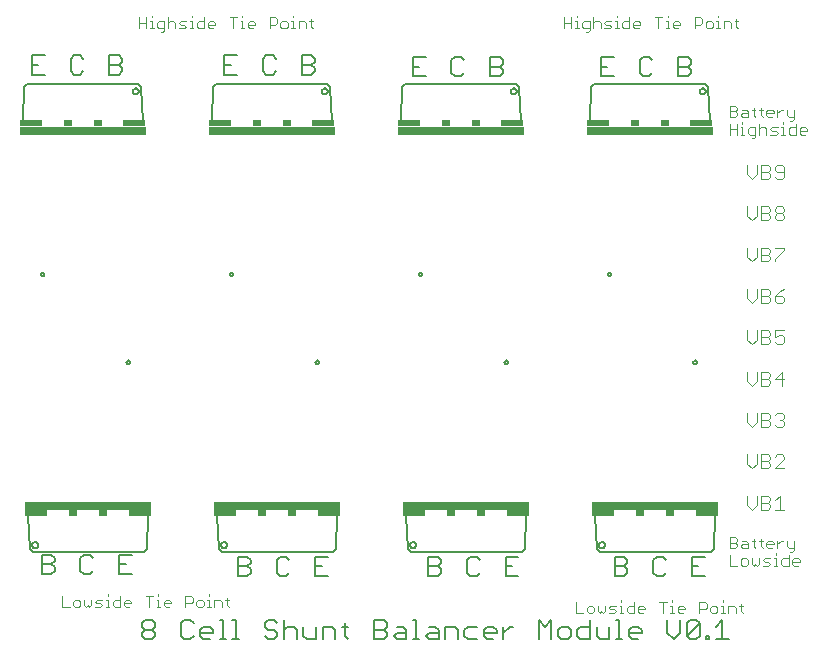
<source format=gto>
G75*
G70*
%OFA0B0*%
%FSLAX24Y24*%
%IPPOS*%
%LPD*%
%AMOC8*
5,1,8,0,0,1.08239X$1,22.5*
%
%ADD10C,0.0030*%
%ADD11C,0.0060*%
%ADD12C,0.0040*%
%ADD13C,0.0050*%
%ADD14R,0.4200X0.0300*%
%ADD15R,0.0750X0.0200*%
%ADD16R,0.0300X0.0200*%
D10*
X003462Y002084D02*
X003705Y002084D01*
X003825Y002145D02*
X003885Y002084D01*
X004007Y002084D01*
X004067Y002145D01*
X004067Y002266D01*
X004007Y002327D01*
X003885Y002327D01*
X003825Y002266D01*
X003825Y002145D01*
X004187Y002145D02*
X004187Y002327D01*
X004187Y002145D02*
X004248Y002084D01*
X004309Y002145D01*
X004369Y002084D01*
X004430Y002145D01*
X004430Y002327D01*
X004550Y002266D02*
X004610Y002327D01*
X004792Y002327D01*
X004912Y002327D02*
X004973Y002327D01*
X004973Y002084D01*
X005033Y002084D02*
X004912Y002084D01*
X004792Y002145D02*
X004732Y002206D01*
X004610Y002206D01*
X004550Y002266D01*
X004550Y002084D02*
X004732Y002084D01*
X004792Y002145D01*
X004973Y002448D02*
X004973Y002509D01*
X005214Y002327D02*
X005396Y002327D01*
X005396Y002448D02*
X005396Y002084D01*
X005214Y002084D01*
X005154Y002145D01*
X005154Y002266D01*
X005214Y002327D01*
X005516Y002266D02*
X005577Y002327D01*
X005698Y002327D01*
X005759Y002266D01*
X005759Y002206D01*
X005516Y002206D01*
X005516Y002266D02*
X005516Y002145D01*
X005577Y002084D01*
X005698Y002084D01*
X006241Y002448D02*
X006484Y002448D01*
X006363Y002448D02*
X006363Y002084D01*
X006604Y002084D02*
X006725Y002084D01*
X006664Y002084D02*
X006664Y002327D01*
X006604Y002327D01*
X006664Y002448D02*
X006664Y002509D01*
X006906Y002327D02*
X006845Y002266D01*
X006845Y002145D01*
X006906Y002084D01*
X007027Y002084D01*
X007088Y002206D02*
X006845Y002206D01*
X006906Y002327D02*
X007027Y002327D01*
X007088Y002266D01*
X007088Y002206D01*
X007570Y002206D02*
X007752Y002206D01*
X007813Y002266D01*
X007813Y002388D01*
X007752Y002448D01*
X007570Y002448D01*
X007570Y002084D01*
X007933Y002145D02*
X007993Y002084D01*
X008115Y002084D01*
X008175Y002145D01*
X008175Y002266D01*
X008115Y002327D01*
X007993Y002327D01*
X007933Y002266D01*
X007933Y002145D01*
X008295Y002084D02*
X008417Y002084D01*
X008356Y002084D02*
X008356Y002327D01*
X008295Y002327D01*
X008356Y002448D02*
X008356Y002509D01*
X008537Y002327D02*
X008537Y002084D01*
X008780Y002084D02*
X008780Y002266D01*
X008719Y002327D01*
X008537Y002327D01*
X008899Y002327D02*
X009021Y002327D01*
X008960Y002388D02*
X008960Y002145D01*
X009021Y002084D01*
X003462Y002084D02*
X003462Y002448D01*
X020588Y002251D02*
X020588Y001887D01*
X020831Y001887D01*
X020951Y001948D02*
X021011Y001887D01*
X021133Y001887D01*
X021193Y001948D01*
X021193Y002069D01*
X021133Y002130D01*
X021011Y002130D01*
X020951Y002069D01*
X020951Y001948D01*
X021313Y001948D02*
X021313Y002130D01*
X021313Y001948D02*
X021374Y001887D01*
X021434Y001948D01*
X021495Y001887D01*
X021556Y001948D01*
X021556Y002130D01*
X021676Y002069D02*
X021736Y002130D01*
X021918Y002130D01*
X022038Y002130D02*
X022099Y002130D01*
X022099Y001887D01*
X022159Y001887D02*
X022038Y001887D01*
X021918Y001948D02*
X021858Y002009D01*
X021736Y002009D01*
X021676Y002069D01*
X021676Y001887D02*
X021858Y001887D01*
X021918Y001948D01*
X022099Y002251D02*
X022099Y002312D01*
X022340Y002130D02*
X022522Y002130D01*
X022522Y002251D02*
X022522Y001887D01*
X022340Y001887D01*
X022280Y001948D01*
X022280Y002069D01*
X022340Y002130D01*
X022642Y002069D02*
X022642Y001948D01*
X022703Y001887D01*
X022824Y001887D01*
X022885Y002009D02*
X022642Y002009D01*
X022642Y002069D02*
X022703Y002130D01*
X022824Y002130D01*
X022885Y002069D01*
X022885Y002009D01*
X023367Y002251D02*
X023610Y002251D01*
X023489Y002251D02*
X023489Y001887D01*
X023730Y001887D02*
X023851Y001887D01*
X023790Y001887D02*
X023790Y002130D01*
X023730Y002130D01*
X023790Y002251D02*
X023790Y002312D01*
X024032Y002130D02*
X024153Y002130D01*
X024214Y002069D01*
X024214Y002009D01*
X023971Y002009D01*
X023971Y002069D02*
X023971Y001948D01*
X024032Y001887D01*
X024153Y001887D01*
X023971Y002069D02*
X024032Y002130D01*
X024696Y002009D02*
X024878Y002009D01*
X024939Y002069D01*
X024939Y002191D01*
X024878Y002251D01*
X024696Y002251D01*
X024696Y001887D01*
X025059Y001948D02*
X025059Y002069D01*
X025119Y002130D01*
X025241Y002130D01*
X025301Y002069D01*
X025301Y001948D01*
X025241Y001887D01*
X025119Y001887D01*
X025059Y001948D01*
X025421Y001887D02*
X025543Y001887D01*
X025482Y001887D02*
X025482Y002130D01*
X025421Y002130D01*
X025482Y002251D02*
X025482Y002312D01*
X025663Y002130D02*
X025845Y002130D01*
X025906Y002069D01*
X025906Y001887D01*
X026086Y001948D02*
X026086Y002191D01*
X026025Y002130D02*
X026147Y002130D01*
X026086Y001948D02*
X026147Y001887D01*
X025663Y001887D02*
X025663Y002130D01*
X025706Y003462D02*
X025953Y003462D01*
X026075Y003524D02*
X026136Y003462D01*
X026260Y003462D01*
X026321Y003524D01*
X026321Y003647D01*
X026260Y003709D01*
X026136Y003709D01*
X026075Y003647D01*
X026075Y003524D01*
X026443Y003524D02*
X026505Y003462D01*
X026566Y003524D01*
X026628Y003462D01*
X026690Y003524D01*
X026690Y003709D01*
X026811Y003647D02*
X026873Y003709D01*
X027058Y003709D01*
X027180Y003709D02*
X027241Y003709D01*
X027241Y003462D01*
X027180Y003462D02*
X027303Y003462D01*
X027425Y003524D02*
X027425Y003647D01*
X027487Y003709D01*
X027672Y003709D01*
X027672Y003833D02*
X027672Y003462D01*
X027487Y003462D01*
X027425Y003524D01*
X027241Y003833D02*
X027241Y003894D01*
X027302Y004053D02*
X027302Y004300D01*
X027426Y004300D02*
X027487Y004300D01*
X027426Y004300D02*
X027302Y004176D01*
X027181Y004176D02*
X026934Y004176D01*
X026934Y004114D02*
X026934Y004238D01*
X026996Y004300D01*
X027119Y004300D01*
X027181Y004238D01*
X027181Y004176D01*
X027119Y004053D02*
X026996Y004053D01*
X026934Y004114D01*
X026812Y004053D02*
X026750Y004114D01*
X026750Y004361D01*
X026688Y004300D02*
X026812Y004300D01*
X026566Y004300D02*
X026443Y004300D01*
X026505Y004361D02*
X026505Y004114D01*
X026566Y004053D01*
X026321Y004053D02*
X026136Y004053D01*
X026075Y004114D01*
X026136Y004176D01*
X026321Y004176D01*
X026321Y004238D02*
X026321Y004053D01*
X026321Y004238D02*
X026260Y004300D01*
X026136Y004300D01*
X025953Y004300D02*
X025953Y004361D01*
X025891Y004423D01*
X025706Y004423D01*
X025706Y004053D01*
X025891Y004053D01*
X025953Y004114D01*
X025953Y004176D01*
X025891Y004238D01*
X025706Y004238D01*
X025891Y004238D02*
X025953Y004300D01*
X025706Y003833D02*
X025706Y003462D01*
X026443Y003524D02*
X026443Y003709D01*
X026811Y003647D02*
X026873Y003586D01*
X026996Y003586D01*
X027058Y003524D01*
X026996Y003462D01*
X026811Y003462D01*
X027793Y003524D02*
X027793Y003647D01*
X027855Y003709D01*
X027979Y003709D01*
X028040Y003647D01*
X028040Y003586D01*
X027793Y003586D01*
X027793Y003524D02*
X027855Y003462D01*
X027979Y003462D01*
X027794Y003929D02*
X027733Y003929D01*
X027794Y003929D02*
X027856Y003991D01*
X027856Y004300D01*
X027609Y004300D02*
X027609Y004114D01*
X027671Y004053D01*
X027856Y004053D01*
X026505Y017709D02*
X026567Y017771D01*
X026567Y018079D01*
X026382Y018079D01*
X026320Y018017D01*
X026320Y017894D01*
X026382Y017832D01*
X026567Y017832D01*
X026688Y017832D02*
X026688Y018203D01*
X026750Y018079D02*
X026874Y018079D01*
X026935Y018017D01*
X026935Y017832D01*
X027057Y017832D02*
X027242Y017832D01*
X027304Y017894D01*
X027242Y017956D01*
X027118Y017956D01*
X027057Y018017D01*
X027118Y018079D01*
X027304Y018079D01*
X027425Y018079D02*
X027487Y018079D01*
X027487Y017832D01*
X027425Y017832D02*
X027549Y017832D01*
X027671Y017894D02*
X027732Y017832D01*
X027917Y017832D01*
X027917Y018203D01*
X027917Y018079D02*
X027732Y018079D01*
X027671Y018017D01*
X027671Y017894D01*
X027487Y018203D02*
X027487Y018264D01*
X027671Y018423D02*
X027856Y018423D01*
X027856Y018361D02*
X027856Y018670D01*
X027609Y018670D02*
X027609Y018485D01*
X027671Y018423D01*
X027733Y018299D02*
X027794Y018299D01*
X027856Y018361D01*
X028101Y018079D02*
X028224Y018079D01*
X028286Y018017D01*
X028286Y017956D01*
X028039Y017956D01*
X028039Y018017D02*
X028101Y018079D01*
X028039Y018017D02*
X028039Y017894D01*
X028101Y017832D01*
X028224Y017832D01*
X027302Y018423D02*
X027302Y018670D01*
X027426Y018670D02*
X027487Y018670D01*
X027426Y018670D02*
X027302Y018546D01*
X027181Y018546D02*
X026934Y018546D01*
X026934Y018485D02*
X026934Y018608D01*
X026996Y018670D01*
X027119Y018670D01*
X027181Y018608D01*
X027181Y018546D01*
X027119Y018423D02*
X026996Y018423D01*
X026934Y018485D01*
X026812Y018423D02*
X026750Y018485D01*
X026750Y018731D01*
X026688Y018670D02*
X026812Y018670D01*
X026566Y018670D02*
X026443Y018670D01*
X026505Y018731D02*
X026505Y018485D01*
X026566Y018423D01*
X026321Y018423D02*
X026136Y018423D01*
X026075Y018485D01*
X026136Y018546D01*
X026321Y018546D01*
X026321Y018608D02*
X026321Y018423D01*
X026321Y018608D02*
X026260Y018670D01*
X026136Y018670D01*
X025953Y018670D02*
X025953Y018731D01*
X025891Y018793D01*
X025706Y018793D01*
X025706Y018423D01*
X025891Y018423D01*
X025953Y018485D01*
X025953Y018546D01*
X025891Y018608D01*
X025706Y018608D01*
X025891Y018608D02*
X025953Y018670D01*
X026136Y018264D02*
X026136Y018203D01*
X026136Y018079D02*
X026136Y017832D01*
X026075Y017832D02*
X026198Y017832D01*
X025953Y017832D02*
X025953Y018203D01*
X026075Y018079D02*
X026136Y018079D01*
X025953Y018017D02*
X025706Y018017D01*
X025706Y017832D02*
X025706Y018203D01*
X026444Y017709D02*
X026505Y017709D01*
X026688Y018017D02*
X026750Y018079D01*
X025995Y021376D02*
X025934Y021436D01*
X025934Y021679D01*
X025873Y021618D02*
X025995Y021618D01*
X025754Y021558D02*
X025754Y021376D01*
X025754Y021558D02*
X025693Y021618D01*
X025511Y021618D01*
X025511Y021376D01*
X025391Y021376D02*
X025269Y021376D01*
X025330Y021376D02*
X025330Y021618D01*
X025269Y021618D01*
X025149Y021558D02*
X025089Y021618D01*
X024967Y021618D01*
X024907Y021558D01*
X024907Y021436D01*
X024967Y021376D01*
X025089Y021376D01*
X025149Y021436D01*
X025149Y021558D01*
X025330Y021740D02*
X025330Y021800D01*
X024787Y021679D02*
X024787Y021558D01*
X024726Y021497D01*
X024544Y021497D01*
X024544Y021376D02*
X024544Y021740D01*
X024726Y021740D01*
X024787Y021679D01*
X024062Y021558D02*
X024062Y021497D01*
X023819Y021497D01*
X023819Y021558D02*
X023880Y021618D01*
X024001Y021618D01*
X024062Y021558D01*
X024001Y021376D02*
X023880Y021376D01*
X023819Y021436D01*
X023819Y021558D01*
X023638Y021618D02*
X023638Y021376D01*
X023578Y021376D02*
X023699Y021376D01*
X023638Y021618D02*
X023578Y021618D01*
X023638Y021740D02*
X023638Y021800D01*
X023458Y021740D02*
X023215Y021740D01*
X023336Y021740D02*
X023336Y021376D01*
X022733Y021497D02*
X022490Y021497D01*
X022490Y021558D02*
X022551Y021618D01*
X022672Y021618D01*
X022733Y021558D01*
X022733Y021497D01*
X022672Y021376D02*
X022551Y021376D01*
X022490Y021436D01*
X022490Y021558D01*
X022370Y021618D02*
X022188Y021618D01*
X022128Y021558D01*
X022128Y021436D01*
X022188Y021376D01*
X022370Y021376D01*
X022370Y021740D01*
X021947Y021740D02*
X021947Y021800D01*
X021947Y021618D02*
X021947Y021376D01*
X022007Y021376D02*
X021886Y021376D01*
X021766Y021436D02*
X021706Y021497D01*
X021584Y021497D01*
X021524Y021558D01*
X021584Y021618D01*
X021766Y021618D01*
X021886Y021618D02*
X021947Y021618D01*
X021766Y021436D02*
X021706Y021376D01*
X021524Y021376D01*
X021404Y021376D02*
X021404Y021558D01*
X021343Y021618D01*
X021222Y021618D01*
X021161Y021558D01*
X021041Y021618D02*
X020859Y021618D01*
X020799Y021558D01*
X020799Y021436D01*
X020859Y021376D01*
X021041Y021376D01*
X021041Y021315D02*
X021041Y021618D01*
X021161Y021740D02*
X021161Y021376D01*
X021041Y021315D02*
X020981Y021254D01*
X020920Y021254D01*
X020678Y021376D02*
X020557Y021376D01*
X020618Y021376D02*
X020618Y021618D01*
X020557Y021618D01*
X020437Y021558D02*
X020195Y021558D01*
X020195Y021376D02*
X020195Y021740D01*
X020437Y021740D02*
X020437Y021376D01*
X020618Y021740D02*
X020618Y021800D01*
X011821Y021618D02*
X011700Y021618D01*
X011761Y021679D02*
X011761Y021436D01*
X011821Y021376D01*
X011580Y021376D02*
X011580Y021558D01*
X011520Y021618D01*
X011338Y021618D01*
X011338Y021376D01*
X011217Y021376D02*
X011096Y021376D01*
X011157Y021376D02*
X011157Y021618D01*
X011096Y021618D01*
X010976Y021558D02*
X010916Y021618D01*
X010794Y021618D01*
X010734Y021558D01*
X010734Y021436D01*
X010794Y021376D01*
X010916Y021376D01*
X010976Y021436D01*
X010976Y021558D01*
X011157Y021740D02*
X011157Y021800D01*
X010614Y021679D02*
X010614Y021558D01*
X010553Y021497D01*
X010371Y021497D01*
X010371Y021376D02*
X010371Y021740D01*
X010553Y021740D01*
X010614Y021679D01*
X009889Y021558D02*
X009889Y021497D01*
X009646Y021497D01*
X009646Y021558D02*
X009707Y021618D01*
X009828Y021618D01*
X009889Y021558D01*
X009828Y021376D02*
X009707Y021376D01*
X009646Y021436D01*
X009646Y021558D01*
X009465Y021618D02*
X009465Y021376D01*
X009404Y021376D02*
X009526Y021376D01*
X009465Y021618D02*
X009404Y021618D01*
X009465Y021740D02*
X009465Y021800D01*
X009285Y021740D02*
X009042Y021740D01*
X009163Y021740D02*
X009163Y021376D01*
X008560Y021497D02*
X008317Y021497D01*
X008317Y021558D02*
X008378Y021618D01*
X008499Y021618D01*
X008560Y021558D01*
X008560Y021497D01*
X008499Y021376D02*
X008378Y021376D01*
X008317Y021436D01*
X008317Y021558D01*
X008197Y021618D02*
X008015Y021618D01*
X007955Y021558D01*
X007955Y021436D01*
X008015Y021376D01*
X008197Y021376D01*
X008197Y021740D01*
X007774Y021740D02*
X007774Y021800D01*
X007774Y021618D02*
X007774Y021376D01*
X007834Y021376D02*
X007713Y021376D01*
X007593Y021436D02*
X007532Y021497D01*
X007411Y021497D01*
X007350Y021558D01*
X007411Y021618D01*
X007593Y021618D01*
X007713Y021618D02*
X007774Y021618D01*
X007593Y021436D02*
X007532Y021376D01*
X007350Y021376D01*
X007231Y021376D02*
X007231Y021558D01*
X007170Y021618D01*
X007049Y021618D01*
X006988Y021558D01*
X006868Y021618D02*
X006868Y021315D01*
X006807Y021254D01*
X006747Y021254D01*
X006686Y021376D02*
X006868Y021376D01*
X006988Y021376D02*
X006988Y021740D01*
X006868Y021618D02*
X006686Y021618D01*
X006625Y021558D01*
X006625Y021436D01*
X006686Y021376D01*
X006505Y021376D02*
X006384Y021376D01*
X006444Y021376D02*
X006444Y021618D01*
X006384Y021618D01*
X006264Y021558D02*
X006021Y021558D01*
X006021Y021376D02*
X006021Y021740D01*
X006264Y021740D02*
X006264Y021376D01*
X006444Y021740D02*
X006444Y021800D01*
D11*
X005348Y020478D02*
X005028Y020478D01*
X005028Y019837D01*
X005348Y019837D01*
X005455Y019944D01*
X005455Y020051D01*
X005348Y020157D01*
X005028Y020157D01*
X005348Y020157D02*
X005455Y020264D01*
X005455Y020371D01*
X005348Y020478D01*
X004166Y020371D02*
X004059Y020478D01*
X003845Y020478D01*
X003739Y020371D01*
X003739Y019944D01*
X003845Y019837D01*
X004059Y019837D01*
X004166Y019944D01*
X002877Y019837D02*
X002450Y019837D01*
X002450Y020478D01*
X002877Y020478D01*
X002663Y020157D02*
X002450Y020157D01*
X008869Y020157D02*
X009082Y020157D01*
X008869Y020157D01*
X008869Y019837D02*
X008869Y020478D01*
X009296Y020478D01*
X008869Y020478D01*
X008869Y019837D01*
X009296Y019837D01*
X008869Y019837D01*
X010158Y019944D02*
X010264Y019837D01*
X010478Y019837D01*
X010585Y019944D01*
X010478Y019837D01*
X010264Y019837D01*
X010158Y019944D01*
X010158Y020371D01*
X010264Y020478D01*
X010478Y020478D01*
X010585Y020371D01*
X010478Y020478D01*
X010264Y020478D01*
X010158Y020371D01*
X010158Y019944D01*
X011447Y019837D02*
X011767Y019837D01*
X011874Y019944D01*
X011874Y020051D01*
X011767Y020157D01*
X011447Y020157D01*
X011767Y020157D01*
X011874Y020264D01*
X011874Y020371D01*
X011767Y020478D01*
X011447Y020478D01*
X011447Y019837D01*
X011767Y019837D01*
X011874Y019944D01*
X011874Y020051D01*
X011767Y020157D01*
X011874Y020264D01*
X011874Y020371D01*
X011767Y020478D01*
X011447Y020478D01*
X011447Y019837D01*
X015144Y019775D02*
X015571Y019775D01*
X015144Y019775D01*
X015144Y020415D01*
X015571Y020415D01*
X015144Y020415D01*
X015144Y019775D01*
X015144Y020095D02*
X015357Y020095D01*
X015144Y020095D01*
X016433Y020308D02*
X016433Y019881D01*
X016539Y019775D01*
X016753Y019775D01*
X016860Y019881D01*
X016753Y019775D01*
X016539Y019775D01*
X016433Y019881D01*
X016433Y020308D01*
X016539Y020415D01*
X016753Y020415D01*
X016860Y020308D01*
X016753Y020415D01*
X016539Y020415D01*
X016433Y020308D01*
X017722Y020415D02*
X017722Y019775D01*
X018042Y019775D01*
X018149Y019881D01*
X018149Y019988D01*
X018042Y020095D01*
X017722Y020095D01*
X018042Y020095D01*
X018149Y020202D01*
X018149Y020308D01*
X018042Y020415D01*
X017722Y020415D01*
X018042Y020415D01*
X018149Y020308D01*
X018149Y020202D01*
X018042Y020095D01*
X018149Y019988D01*
X018149Y019881D01*
X018042Y019775D01*
X017722Y019775D01*
X017722Y020415D01*
X021419Y020415D02*
X021419Y019775D01*
X021846Y019775D01*
X021632Y020095D02*
X021419Y020095D01*
X021419Y020415D02*
X021846Y020415D01*
X022708Y020308D02*
X022708Y019881D01*
X022815Y019775D01*
X023028Y019775D01*
X023135Y019881D01*
X023135Y020308D02*
X023028Y020415D01*
X022815Y020415D01*
X022708Y020308D01*
X023997Y020415D02*
X023997Y019775D01*
X024317Y019775D01*
X024424Y019881D01*
X024424Y019988D01*
X024317Y020095D01*
X023997Y020095D01*
X023997Y020415D02*
X024317Y020415D01*
X024424Y020308D01*
X024424Y020202D01*
X024317Y020095D01*
X024453Y003771D02*
X024453Y003131D01*
X024880Y003131D01*
X024667Y003451D02*
X024453Y003451D01*
X024453Y003771D02*
X024880Y003771D01*
X023591Y003665D02*
X023484Y003771D01*
X023271Y003771D01*
X023164Y003665D01*
X023164Y003238D01*
X023271Y003131D01*
X023484Y003131D01*
X023591Y003238D01*
X022302Y003238D02*
X022195Y003131D01*
X021875Y003131D01*
X021875Y003771D01*
X022195Y003771D01*
X022302Y003665D01*
X022302Y003558D01*
X022195Y003451D01*
X021875Y003451D01*
X022195Y003451D02*
X022302Y003344D01*
X022302Y003238D01*
X022025Y001646D02*
X022025Y001006D01*
X021919Y001006D02*
X022132Y001006D01*
X022348Y001113D02*
X022348Y001326D01*
X022455Y001433D01*
X022669Y001433D01*
X022775Y001326D01*
X022775Y001219D01*
X022348Y001219D01*
X022348Y001113D02*
X022455Y001006D01*
X022669Y001006D01*
X022025Y001646D02*
X021919Y001646D01*
X021701Y001433D02*
X021701Y001006D01*
X021381Y001006D01*
X021274Y001113D01*
X021274Y001433D01*
X021057Y001433D02*
X020736Y001433D01*
X020630Y001326D01*
X020630Y001113D01*
X020736Y001006D01*
X021057Y001006D01*
X021057Y001646D01*
X020412Y001326D02*
X020412Y001113D01*
X020305Y001006D01*
X020092Y001006D01*
X019985Y001113D01*
X019985Y001326D01*
X020092Y001433D01*
X020305Y001433D01*
X020412Y001326D01*
X019768Y001646D02*
X019768Y001006D01*
X019554Y001433D02*
X019768Y001646D01*
X019554Y001433D02*
X019341Y001646D01*
X019341Y001006D01*
X018479Y001433D02*
X018373Y001433D01*
X018159Y001219D01*
X018159Y001006D02*
X018159Y001433D01*
X017941Y001326D02*
X017941Y001219D01*
X017514Y001219D01*
X017514Y001113D02*
X017514Y001326D01*
X017621Y001433D01*
X017835Y001433D01*
X017941Y001326D01*
X017835Y001006D02*
X017621Y001006D01*
X017514Y001113D01*
X017297Y001006D02*
X016977Y001006D01*
X016870Y001113D01*
X016870Y001326D01*
X016977Y001433D01*
X017297Y001433D01*
X016652Y001326D02*
X016652Y001006D01*
X016652Y001326D02*
X016546Y001433D01*
X016225Y001433D01*
X016225Y001006D01*
X016008Y001006D02*
X016008Y001326D01*
X015901Y001433D01*
X015688Y001433D01*
X015688Y001219D02*
X016008Y001219D01*
X016008Y001006D02*
X015688Y001006D01*
X015581Y001113D01*
X015688Y001219D01*
X015365Y001006D02*
X015151Y001006D01*
X015258Y001006D02*
X015258Y001646D01*
X015151Y001646D01*
X014934Y001326D02*
X014934Y001006D01*
X014613Y001006D01*
X014507Y001113D01*
X014613Y001219D01*
X014934Y001219D01*
X014934Y001326D02*
X014827Y001433D01*
X014613Y001433D01*
X014289Y001433D02*
X014289Y001540D01*
X014182Y001646D01*
X013862Y001646D01*
X013862Y001006D01*
X014182Y001006D01*
X014289Y001113D01*
X014289Y001219D01*
X014182Y001326D01*
X013862Y001326D01*
X014182Y001326D02*
X014289Y001433D01*
X013001Y001433D02*
X012788Y001433D01*
X012895Y001540D02*
X012895Y001113D01*
X013001Y001006D01*
X012570Y001006D02*
X012570Y001326D01*
X012464Y001433D01*
X012143Y001433D01*
X012143Y001006D01*
X011926Y001006D02*
X011926Y001433D01*
X011499Y001433D02*
X011499Y001113D01*
X011606Y001006D01*
X011926Y001006D01*
X011281Y001006D02*
X011281Y001326D01*
X011175Y001433D01*
X010961Y001433D01*
X010854Y001326D01*
X010637Y001219D02*
X010637Y001113D01*
X010530Y001006D01*
X010317Y001006D01*
X010210Y001113D01*
X010317Y001326D02*
X010210Y001433D01*
X010210Y001540D01*
X010317Y001646D01*
X010530Y001646D01*
X010637Y001540D01*
X010530Y001326D02*
X010637Y001219D01*
X010530Y001326D02*
X010317Y001326D01*
X010854Y001646D02*
X010854Y001006D01*
X009349Y001006D02*
X009136Y001006D01*
X009242Y001006D02*
X009242Y001646D01*
X009136Y001646D01*
X008813Y001646D02*
X008813Y001006D01*
X008919Y001006D02*
X008706Y001006D01*
X008488Y001219D02*
X008061Y001219D01*
X008061Y001113D02*
X008061Y001326D01*
X008168Y001433D01*
X008382Y001433D01*
X008488Y001326D01*
X008488Y001219D01*
X008382Y001006D02*
X008168Y001006D01*
X008061Y001113D01*
X007844Y001113D02*
X007737Y001006D01*
X007524Y001006D01*
X007417Y001113D01*
X007417Y001540D01*
X007524Y001646D01*
X007737Y001646D01*
X007844Y001540D01*
X008706Y001646D02*
X008813Y001646D01*
X009315Y003131D02*
X009636Y003131D01*
X009742Y003238D01*
X009742Y003344D01*
X009636Y003451D01*
X009315Y003451D01*
X009315Y003131D02*
X009315Y003771D01*
X009636Y003771D01*
X009742Y003665D01*
X009742Y003558D01*
X009636Y003451D01*
X010604Y003238D02*
X010711Y003131D01*
X010925Y003131D01*
X011031Y003238D01*
X010604Y003238D02*
X010604Y003665D01*
X010711Y003771D01*
X010925Y003771D01*
X011031Y003665D01*
X011893Y003771D02*
X011893Y003131D01*
X012320Y003131D01*
X012107Y003451D02*
X011893Y003451D01*
X011893Y003771D02*
X012320Y003771D01*
X015662Y003771D02*
X015662Y003131D01*
X015983Y003131D01*
X016089Y003238D01*
X016089Y003344D01*
X015983Y003451D01*
X015662Y003451D01*
X015983Y003451D02*
X016089Y003558D01*
X016089Y003665D01*
X015983Y003771D01*
X015662Y003771D01*
X016951Y003665D02*
X016951Y003238D01*
X017058Y003131D01*
X017272Y003131D01*
X017378Y003238D01*
X017378Y003665D02*
X017272Y003771D01*
X017058Y003771D01*
X016951Y003665D01*
X018240Y003771D02*
X018240Y003131D01*
X018667Y003131D01*
X018454Y003451D02*
X018240Y003451D01*
X018240Y003771D02*
X018667Y003771D01*
X023637Y001646D02*
X023637Y001219D01*
X023851Y001006D01*
X024064Y001219D01*
X024064Y001646D01*
X024282Y001540D02*
X024389Y001646D01*
X024602Y001646D01*
X024709Y001540D01*
X024282Y001113D01*
X024389Y001006D01*
X024602Y001006D01*
X024709Y001113D01*
X024709Y001540D01*
X025249Y001433D02*
X025462Y001646D01*
X025462Y001006D01*
X025249Y001006D02*
X025676Y001006D01*
X025033Y001006D02*
X024927Y001006D01*
X024927Y001113D01*
X025033Y001113D01*
X025033Y001006D01*
X024282Y001113D02*
X024282Y001540D01*
X006555Y001540D02*
X006555Y001433D01*
X006448Y001326D01*
X006235Y001326D01*
X006128Y001433D01*
X006128Y001540D01*
X006235Y001646D01*
X006448Y001646D01*
X006555Y001540D01*
X006448Y001326D02*
X006555Y001219D01*
X006555Y001113D01*
X006448Y001006D01*
X006235Y001006D01*
X006128Y001113D01*
X006128Y001219D01*
X006235Y001326D01*
X005786Y003193D02*
X005359Y003193D01*
X005359Y003834D01*
X005786Y003834D01*
X005573Y003514D02*
X005359Y003514D01*
X004497Y003727D02*
X004390Y003834D01*
X004177Y003834D01*
X004070Y003727D01*
X004070Y003300D01*
X004177Y003193D01*
X004390Y003193D01*
X004497Y003300D01*
X003208Y003300D02*
X003101Y003193D01*
X002781Y003193D01*
X002781Y003834D01*
X003101Y003834D01*
X003208Y003727D01*
X003208Y003620D01*
X003101Y003514D01*
X002781Y003514D01*
X003101Y003514D02*
X003208Y003407D01*
X003208Y003300D01*
D12*
X026302Y005491D02*
X026455Y005337D01*
X026609Y005491D01*
X026609Y005798D01*
X026762Y005798D02*
X026992Y005798D01*
X027069Y005721D01*
X027069Y005644D01*
X026992Y005567D01*
X026762Y005567D01*
X026762Y005337D02*
X026992Y005337D01*
X027069Y005414D01*
X027069Y005491D01*
X026992Y005567D01*
X027223Y005644D02*
X027376Y005798D01*
X027376Y005337D01*
X027223Y005337D02*
X027529Y005337D01*
X026762Y005337D02*
X026762Y005798D01*
X026302Y005798D02*
X026302Y005491D01*
X026455Y006715D02*
X026302Y006869D01*
X026302Y007176D01*
X026609Y007176D02*
X026609Y006869D01*
X026455Y006715D01*
X026762Y006715D02*
X026992Y006715D01*
X027069Y006792D01*
X027069Y006869D01*
X026992Y006945D01*
X026762Y006945D01*
X026762Y006715D02*
X026762Y007176D01*
X026992Y007176D01*
X027069Y007099D01*
X027069Y007022D01*
X026992Y006945D01*
X027223Y007099D02*
X027299Y007176D01*
X027453Y007176D01*
X027529Y007099D01*
X027529Y007022D01*
X027223Y006715D01*
X027529Y006715D01*
X027453Y008093D02*
X027299Y008093D01*
X027223Y008170D01*
X027069Y008170D02*
X026992Y008093D01*
X026762Y008093D01*
X026762Y008554D01*
X026992Y008554D01*
X027069Y008477D01*
X027069Y008400D01*
X026992Y008323D01*
X026762Y008323D01*
X026609Y008247D02*
X026609Y008554D01*
X026302Y008554D02*
X026302Y008247D01*
X026455Y008093D01*
X026609Y008247D01*
X026992Y008323D02*
X027069Y008247D01*
X027069Y008170D01*
X027223Y008477D02*
X027299Y008554D01*
X027453Y008554D01*
X027529Y008477D01*
X027529Y008400D01*
X027453Y008323D01*
X027529Y008247D01*
X027529Y008170D01*
X027453Y008093D01*
X027453Y008323D02*
X027376Y008323D01*
X027453Y009471D02*
X027453Y009932D01*
X027223Y009701D01*
X027529Y009701D01*
X027069Y009625D02*
X027069Y009548D01*
X026992Y009471D01*
X026762Y009471D01*
X026762Y009932D01*
X026992Y009932D01*
X027069Y009855D01*
X027069Y009778D01*
X026992Y009701D01*
X026762Y009701D01*
X026609Y009625D02*
X026609Y009932D01*
X026302Y009932D02*
X026302Y009625D01*
X026455Y009471D01*
X026609Y009625D01*
X026992Y009701D02*
X027069Y009625D01*
X026992Y010849D02*
X026762Y010849D01*
X026762Y011309D01*
X026992Y011309D01*
X027069Y011233D01*
X027069Y011156D01*
X026992Y011079D01*
X026762Y011079D01*
X026609Y011003D02*
X026609Y011309D01*
X026609Y011003D02*
X026455Y010849D01*
X026302Y011003D01*
X026302Y011309D01*
X026992Y011079D02*
X027069Y011003D01*
X027069Y010926D01*
X026992Y010849D01*
X027223Y010926D02*
X027299Y010849D01*
X027453Y010849D01*
X027529Y010926D01*
X027529Y011079D01*
X027453Y011156D01*
X027376Y011156D01*
X027223Y011079D01*
X027223Y011309D01*
X027529Y011309D01*
X027453Y012227D02*
X027529Y012304D01*
X027529Y012381D01*
X027453Y012457D01*
X027223Y012457D01*
X027223Y012304D01*
X027299Y012227D01*
X027453Y012227D01*
X027223Y012457D02*
X027376Y012611D01*
X027529Y012687D01*
X027069Y012611D02*
X027069Y012534D01*
X026992Y012457D01*
X026762Y012457D01*
X026609Y012381D02*
X026609Y012687D01*
X026762Y012687D02*
X026992Y012687D01*
X027069Y012611D01*
X026992Y012457D02*
X027069Y012381D01*
X027069Y012304D01*
X026992Y012227D01*
X026762Y012227D01*
X026762Y012687D01*
X026609Y012381D02*
X026455Y012227D01*
X026302Y012381D01*
X026302Y012687D01*
X026455Y013605D02*
X026302Y013758D01*
X026302Y014065D01*
X026609Y014065D02*
X026609Y013758D01*
X026455Y013605D01*
X026762Y013605D02*
X026992Y013605D01*
X027069Y013682D01*
X027069Y013758D01*
X026992Y013835D01*
X026762Y013835D01*
X026762Y013605D02*
X026762Y014065D01*
X026992Y014065D01*
X027069Y013989D01*
X027069Y013912D01*
X026992Y013835D01*
X027223Y013682D02*
X027223Y013605D01*
X027223Y013682D02*
X027529Y013989D01*
X027529Y014065D01*
X027223Y014065D01*
X027299Y014983D02*
X027223Y015060D01*
X027223Y015136D01*
X027299Y015213D01*
X027453Y015213D01*
X027529Y015136D01*
X027529Y015060D01*
X027453Y014983D01*
X027299Y014983D01*
X027299Y015213D02*
X027223Y015290D01*
X027223Y015367D01*
X027299Y015443D01*
X027453Y015443D01*
X027529Y015367D01*
X027529Y015290D01*
X027453Y015213D01*
X027069Y015136D02*
X027069Y015060D01*
X026992Y014983D01*
X026762Y014983D01*
X026762Y015443D01*
X026992Y015443D01*
X027069Y015367D01*
X027069Y015290D01*
X026992Y015213D01*
X026762Y015213D01*
X026609Y015136D02*
X026609Y015443D01*
X026609Y015136D02*
X026455Y014983D01*
X026302Y015136D01*
X026302Y015443D01*
X026992Y015213D02*
X027069Y015136D01*
X026992Y016361D02*
X026762Y016361D01*
X026762Y016821D01*
X026992Y016821D01*
X027069Y016745D01*
X027069Y016668D01*
X026992Y016591D01*
X026762Y016591D01*
X026609Y016514D02*
X026609Y016821D01*
X026609Y016514D02*
X026455Y016361D01*
X026302Y016514D01*
X026302Y016821D01*
X026992Y016591D02*
X027069Y016514D01*
X027069Y016438D01*
X026992Y016361D01*
X027223Y016438D02*
X027299Y016361D01*
X027453Y016361D01*
X027529Y016438D01*
X027529Y016745D01*
X027453Y016821D01*
X027299Y016821D01*
X027223Y016745D01*
X027223Y016668D01*
X027299Y016591D01*
X027529Y016591D01*
D13*
X025042Y018267D02*
X024992Y019417D01*
X024892Y019517D01*
X021192Y019517D01*
X021092Y019417D01*
X021042Y018267D01*
X018743Y018267D02*
X018693Y019417D01*
X018593Y019517D01*
X014893Y019517D01*
X014793Y019417D01*
X014743Y018267D01*
X012443Y018267D02*
X012393Y019417D01*
X012293Y019517D01*
X008593Y019517D01*
X008493Y019417D01*
X008443Y018267D01*
X006144Y018267D02*
X006094Y019417D01*
X005994Y019517D01*
X002294Y019517D01*
X002194Y019417D01*
X002144Y018267D01*
X005814Y019277D02*
X005816Y019297D01*
X005822Y019315D01*
X005831Y019333D01*
X005843Y019348D01*
X005858Y019360D01*
X005876Y019369D01*
X005894Y019375D01*
X005914Y019377D01*
X005934Y019375D01*
X005952Y019369D01*
X005970Y019360D01*
X005985Y019348D01*
X005997Y019333D01*
X006006Y019315D01*
X006012Y019297D01*
X006014Y019277D01*
X006012Y019257D01*
X006006Y019239D01*
X005997Y019221D01*
X005985Y019206D01*
X005970Y019194D01*
X005952Y019185D01*
X005934Y019179D01*
X005914Y019177D01*
X005894Y019179D01*
X005876Y019185D01*
X005858Y019194D01*
X005843Y019206D01*
X005831Y019221D01*
X005822Y019239D01*
X005816Y019257D01*
X005814Y019277D01*
X012113Y019277D02*
X012115Y019297D01*
X012121Y019315D01*
X012130Y019333D01*
X012142Y019348D01*
X012157Y019360D01*
X012175Y019369D01*
X012193Y019375D01*
X012213Y019377D01*
X012233Y019375D01*
X012251Y019369D01*
X012269Y019360D01*
X012284Y019348D01*
X012296Y019333D01*
X012305Y019315D01*
X012311Y019297D01*
X012313Y019277D01*
X012311Y019257D01*
X012305Y019239D01*
X012296Y019221D01*
X012284Y019206D01*
X012269Y019194D01*
X012251Y019185D01*
X012233Y019179D01*
X012213Y019177D01*
X012193Y019179D01*
X012175Y019185D01*
X012157Y019194D01*
X012142Y019206D01*
X012130Y019221D01*
X012121Y019239D01*
X012115Y019257D01*
X012113Y019277D01*
X018413Y019277D02*
X018415Y019297D01*
X018421Y019315D01*
X018430Y019333D01*
X018442Y019348D01*
X018457Y019360D01*
X018475Y019369D01*
X018493Y019375D01*
X018513Y019377D01*
X018533Y019375D01*
X018551Y019369D01*
X018569Y019360D01*
X018584Y019348D01*
X018596Y019333D01*
X018605Y019315D01*
X018611Y019297D01*
X018613Y019277D01*
X018611Y019257D01*
X018605Y019239D01*
X018596Y019221D01*
X018584Y019206D01*
X018569Y019194D01*
X018551Y019185D01*
X018533Y019179D01*
X018513Y019177D01*
X018493Y019179D01*
X018475Y019185D01*
X018457Y019194D01*
X018442Y019206D01*
X018430Y019221D01*
X018421Y019239D01*
X018415Y019257D01*
X018413Y019277D01*
X024712Y019277D02*
X024714Y019297D01*
X024720Y019315D01*
X024729Y019333D01*
X024741Y019348D01*
X024756Y019360D01*
X024774Y019369D01*
X024792Y019375D01*
X024812Y019377D01*
X024832Y019375D01*
X024850Y019369D01*
X024868Y019360D01*
X024883Y019348D01*
X024895Y019333D01*
X024904Y019315D01*
X024910Y019297D01*
X024912Y019277D01*
X024910Y019257D01*
X024904Y019239D01*
X024895Y019221D01*
X024883Y019206D01*
X024868Y019194D01*
X024850Y019185D01*
X024832Y019179D01*
X024812Y019177D01*
X024792Y019179D01*
X024774Y019185D01*
X024756Y019194D01*
X024741Y019206D01*
X024729Y019221D01*
X024720Y019239D01*
X024714Y019257D01*
X024712Y019277D01*
X021652Y013180D02*
X021654Y013194D01*
X021660Y013208D01*
X021668Y013220D01*
X021680Y013228D01*
X021694Y013234D01*
X021708Y013236D01*
X021722Y013234D01*
X021736Y013228D01*
X021748Y013220D01*
X021756Y013208D01*
X021762Y013194D01*
X021764Y013180D01*
X021762Y013166D01*
X021756Y013152D01*
X021748Y013140D01*
X021736Y013132D01*
X021722Y013126D01*
X021708Y013124D01*
X021694Y013126D01*
X021680Y013132D01*
X021668Y013140D01*
X021660Y013152D01*
X021654Y013166D01*
X021652Y013180D01*
X024501Y010250D02*
X024503Y010264D01*
X024509Y010278D01*
X024517Y010290D01*
X024529Y010298D01*
X024543Y010304D01*
X024557Y010306D01*
X024571Y010304D01*
X024585Y010298D01*
X024597Y010290D01*
X024605Y010278D01*
X024611Y010264D01*
X024613Y010250D01*
X024611Y010236D01*
X024605Y010222D01*
X024597Y010210D01*
X024585Y010202D01*
X024571Y010196D01*
X024557Y010194D01*
X024543Y010196D01*
X024529Y010202D01*
X024517Y010210D01*
X024509Y010222D01*
X024503Y010236D01*
X024501Y010250D01*
X025223Y005163D02*
X025173Y004013D01*
X025073Y003913D01*
X021373Y003913D01*
X021273Y004013D01*
X021223Y005163D01*
X021353Y004153D02*
X021355Y004173D01*
X021361Y004191D01*
X021370Y004209D01*
X021382Y004224D01*
X021397Y004236D01*
X021415Y004245D01*
X021433Y004251D01*
X021453Y004253D01*
X021473Y004251D01*
X021491Y004245D01*
X021509Y004236D01*
X021524Y004224D01*
X021536Y004209D01*
X021545Y004191D01*
X021551Y004173D01*
X021553Y004153D01*
X021551Y004133D01*
X021545Y004115D01*
X021536Y004097D01*
X021524Y004082D01*
X021509Y004070D01*
X021491Y004061D01*
X021473Y004055D01*
X021453Y004053D01*
X021433Y004055D01*
X021415Y004061D01*
X021397Y004070D01*
X021382Y004082D01*
X021370Y004097D01*
X021361Y004115D01*
X021355Y004133D01*
X021353Y004153D01*
X018874Y004013D02*
X018774Y003913D01*
X015074Y003913D01*
X014974Y004013D01*
X014924Y005163D01*
X015054Y004153D02*
X015056Y004173D01*
X015062Y004191D01*
X015071Y004209D01*
X015083Y004224D01*
X015098Y004236D01*
X015116Y004245D01*
X015134Y004251D01*
X015154Y004253D01*
X015174Y004251D01*
X015192Y004245D01*
X015210Y004236D01*
X015225Y004224D01*
X015237Y004209D01*
X015246Y004191D01*
X015252Y004173D01*
X015254Y004153D01*
X015252Y004133D01*
X015246Y004115D01*
X015237Y004097D01*
X015225Y004082D01*
X015210Y004070D01*
X015192Y004061D01*
X015174Y004055D01*
X015154Y004053D01*
X015134Y004055D01*
X015116Y004061D01*
X015098Y004070D01*
X015083Y004082D01*
X015071Y004097D01*
X015062Y004115D01*
X015056Y004133D01*
X015054Y004153D01*
X012574Y004013D02*
X012474Y003913D01*
X008774Y003913D01*
X008674Y004013D01*
X008624Y005163D01*
X008754Y004153D02*
X008756Y004173D01*
X008762Y004191D01*
X008771Y004209D01*
X008783Y004224D01*
X008798Y004236D01*
X008816Y004245D01*
X008834Y004251D01*
X008854Y004253D01*
X008874Y004251D01*
X008892Y004245D01*
X008910Y004236D01*
X008925Y004224D01*
X008937Y004209D01*
X008946Y004191D01*
X008952Y004173D01*
X008954Y004153D01*
X008952Y004133D01*
X008946Y004115D01*
X008937Y004097D01*
X008925Y004082D01*
X008910Y004070D01*
X008892Y004061D01*
X008874Y004055D01*
X008854Y004053D01*
X008834Y004055D01*
X008816Y004061D01*
X008798Y004070D01*
X008783Y004082D01*
X008771Y004097D01*
X008762Y004115D01*
X008756Y004133D01*
X008754Y004153D01*
X006275Y004013D02*
X006175Y003913D01*
X002475Y003913D01*
X002375Y004013D01*
X002325Y005163D01*
X002455Y004153D02*
X002457Y004173D01*
X002463Y004191D01*
X002472Y004209D01*
X002484Y004224D01*
X002499Y004236D01*
X002517Y004245D01*
X002535Y004251D01*
X002555Y004253D01*
X002575Y004251D01*
X002593Y004245D01*
X002611Y004236D01*
X002626Y004224D01*
X002638Y004209D01*
X002647Y004191D01*
X002653Y004173D01*
X002655Y004153D01*
X002653Y004133D01*
X002647Y004115D01*
X002638Y004097D01*
X002626Y004082D01*
X002611Y004070D01*
X002593Y004061D01*
X002575Y004055D01*
X002555Y004053D01*
X002535Y004055D01*
X002517Y004061D01*
X002499Y004070D01*
X002484Y004082D01*
X002472Y004097D01*
X002463Y004115D01*
X002457Y004133D01*
X002455Y004153D01*
X006275Y004013D02*
X006325Y005163D01*
X005603Y010250D02*
X005605Y010264D01*
X005611Y010278D01*
X005619Y010290D01*
X005631Y010298D01*
X005645Y010304D01*
X005659Y010306D01*
X005673Y010304D01*
X005687Y010298D01*
X005699Y010290D01*
X005707Y010278D01*
X005713Y010264D01*
X005715Y010250D01*
X005713Y010236D01*
X005707Y010222D01*
X005699Y010210D01*
X005687Y010202D01*
X005673Y010196D01*
X005659Y010194D01*
X005645Y010196D01*
X005631Y010202D01*
X005619Y010210D01*
X005611Y010222D01*
X005605Y010236D01*
X005603Y010250D01*
X002754Y013180D02*
X002756Y013194D01*
X002762Y013208D01*
X002770Y013220D01*
X002782Y013228D01*
X002796Y013234D01*
X002810Y013236D01*
X002824Y013234D01*
X002838Y013228D01*
X002850Y013220D01*
X002858Y013208D01*
X002864Y013194D01*
X002866Y013180D01*
X002864Y013166D01*
X002858Y013152D01*
X002850Y013140D01*
X002838Y013132D01*
X002824Y013126D01*
X002810Y013124D01*
X002796Y013126D01*
X002782Y013132D01*
X002770Y013140D01*
X002762Y013152D01*
X002756Y013166D01*
X002754Y013180D01*
X009053Y013180D02*
X009055Y013194D01*
X009061Y013208D01*
X009069Y013220D01*
X009081Y013228D01*
X009095Y013234D01*
X009109Y013236D01*
X009123Y013234D01*
X009137Y013228D01*
X009149Y013220D01*
X009157Y013208D01*
X009163Y013194D01*
X009165Y013180D01*
X009163Y013166D01*
X009157Y013152D01*
X009149Y013140D01*
X009137Y013132D01*
X009123Y013126D01*
X009109Y013124D01*
X009095Y013126D01*
X009081Y013132D01*
X009069Y013140D01*
X009061Y013152D01*
X009055Y013166D01*
X009053Y013180D01*
X011902Y010250D02*
X011904Y010264D01*
X011910Y010278D01*
X011918Y010290D01*
X011930Y010298D01*
X011944Y010304D01*
X011958Y010306D01*
X011972Y010304D01*
X011986Y010298D01*
X011998Y010290D01*
X012006Y010278D01*
X012012Y010264D01*
X012014Y010250D01*
X012012Y010236D01*
X012006Y010222D01*
X011998Y010210D01*
X011986Y010202D01*
X011972Y010196D01*
X011958Y010194D01*
X011944Y010196D01*
X011930Y010202D01*
X011918Y010210D01*
X011910Y010222D01*
X011904Y010236D01*
X011902Y010250D01*
X015353Y013180D02*
X015355Y013194D01*
X015361Y013208D01*
X015369Y013220D01*
X015381Y013228D01*
X015395Y013234D01*
X015409Y013236D01*
X015423Y013234D01*
X015437Y013228D01*
X015449Y013220D01*
X015457Y013208D01*
X015463Y013194D01*
X015465Y013180D01*
X015463Y013166D01*
X015457Y013152D01*
X015449Y013140D01*
X015437Y013132D01*
X015423Y013126D01*
X015409Y013124D01*
X015395Y013126D01*
X015381Y013132D01*
X015369Y013140D01*
X015361Y013152D01*
X015355Y013166D01*
X015353Y013180D01*
X018202Y010250D02*
X018204Y010264D01*
X018210Y010278D01*
X018218Y010290D01*
X018230Y010298D01*
X018244Y010304D01*
X018258Y010306D01*
X018272Y010304D01*
X018286Y010298D01*
X018298Y010290D01*
X018306Y010278D01*
X018312Y010264D01*
X018314Y010250D01*
X018312Y010236D01*
X018306Y010222D01*
X018298Y010210D01*
X018286Y010202D01*
X018272Y010196D01*
X018258Y010194D01*
X018244Y010196D01*
X018230Y010202D01*
X018218Y010210D01*
X018210Y010222D01*
X018204Y010236D01*
X018202Y010250D01*
X018924Y005163D02*
X018874Y004013D01*
X012574Y004013D02*
X012624Y005163D01*
D14*
X010624Y005463D03*
X004325Y005463D03*
X016924Y005463D03*
X023223Y005463D03*
X023042Y017967D03*
X016743Y017967D03*
X010443Y017967D03*
X004144Y017967D03*
D15*
X002419Y018217D03*
X005869Y018217D03*
X008718Y018217D03*
X012168Y018217D03*
X015018Y018217D03*
X018468Y018217D03*
X021317Y018217D03*
X024767Y018217D03*
X024948Y005213D03*
X021498Y005213D03*
X018649Y005213D03*
X015199Y005213D03*
X012349Y005213D03*
X008899Y005213D03*
X006050Y005213D03*
X002600Y005213D03*
D16*
X003825Y005213D03*
X004825Y005213D03*
X010124Y005213D03*
X011124Y005213D03*
X016424Y005213D03*
X017424Y005213D03*
X022723Y005213D03*
X023723Y005213D03*
X023542Y018217D03*
X022542Y018217D03*
X017243Y018217D03*
X016243Y018217D03*
X010943Y018217D03*
X009943Y018217D03*
X004644Y018217D03*
X003644Y018217D03*
M02*

</source>
